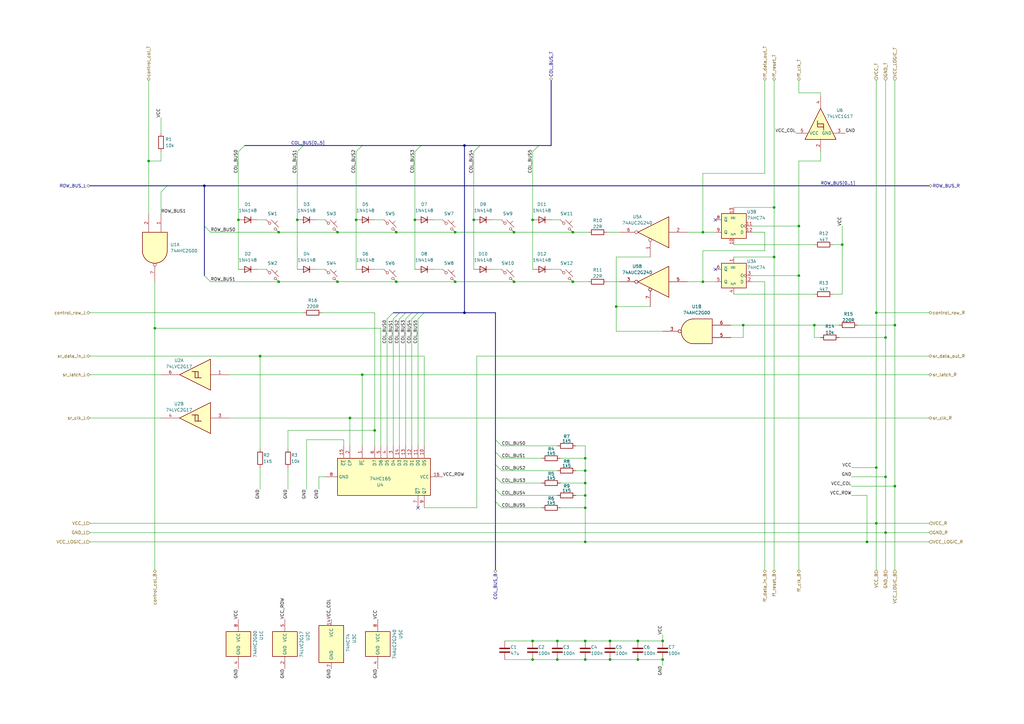
<source format=kicad_sch>
(kicad_sch (version 20250114) (generator "eeschema") (generator_version "9.0")
  (paper "A3")
  (lib_symbols
    (symbol "74xGxx:74AHC2G00"
      (property "Reference" "U" (at -2.54 3.81 0))
      (property "Value" "74AHC2G00" (at 0 -3.81 0))
      (symbol "74AHC2G00_1_1"
        (arc (start 0 5.08) (mid 5.0579 0) (end 0 -5.08) (stroke (width 0.254)) (fill (type background)))
        (polyline (pts (xy 0 -5.08) (xy -7.62 -5.08) (xy -7.62 5.08) (xy 0 5.08)) (stroke (width 0.254)) (fill (type background)))
        (pin input line (at -15.24 2.54 0) (length 7.62) (name "~") (number "1"))
        (pin input line (at -15.24 -2.54 0) (length 7.62) (name "~") (number "2"))
        (pin output inverted (at 12.7 0 180) (length 7.62) (name "~") (number "7"))
      )
      (symbol "74AHC2G00_2_1"
        (arc (start 0 5.08) (mid 5.0579 0) (end 0 -5.08) (stroke (width 0.254)) (fill (type background)))
        (polyline (pts (xy 0 -5.08) (xy -7.62 -5.08) (xy -7.62 5.08) (xy 0 5.08)) (stroke (width 0.254)) (fill (type background)))
        (pin input line (at -15.24 2.54 0) (length 7.62) (name "~") (number "5"))
        (pin input line (at -15.24 -2.54 0) (length 7.62) (name "~") (number "6"))
        (pin output inverted (at 12.7 0 180) (length 7.62) (name "~") (number "3"))
      )
      (symbol "74AHC2G00_3_0"
        (rectangle (start -5.08 -5.08) (end 5.08 5.08) (stroke (width 0.254)) (fill (type background)))
      )
      (symbol "74AHC2G00_3_1"
        (pin power_in line (at 0 10.16 270) (length 5.08) (name "VCC") (number "8"))
        (pin power_in line (at 0 -10.16 90) (length 5.08) (name "GND") (number "4"))
      )
    )
    (symbol "74xGxx:74AUC2G240"
      (property "Reference" "U" (at -2.54 3.81 0))
      (property "Value" "74AUC2G240" (at 0 -3.81 0))
      (symbol "74AUC2G240_1_1"
        (polyline (pts (xy -7.62 6.35) (xy -7.62 -6.35) (xy 5.08 0) (xy -7.62 6.35)) (stroke (width 0.254)) (fill (type background)))
        (pin input line (at -15.24 0 0) (length 7.62) (name "~") (number "2"))
        (pin input inverted (at 0 10.16 270) (length 7.62) (name "~") (number "1"))
        (pin tri_state inverted (at 12.7 0 180) (length 7.62) (name "~") (number "6"))
      )
      (symbol "74AUC2G240_2_1"
        (polyline (pts (xy -7.62 6.35) (xy -7.62 -6.35) (xy 5.08 0) (xy -7.62 6.35)) (stroke (width 0.254)) (fill (type background)))
        (pin input line (at -15.24 0 0) (length 7.62) (name "~") (number "5"))
        (pin input inverted (at 0 10.16 270) (length 7.62) (name "~") (number "7"))
        (pin tri_state inverted (at 12.7 0 180) (length 7.62) (name "~") (number "3"))
      )
      (symbol "74AUC2G240_3_0"
        (rectangle (start -5.08 -5.08) (end 5.08 5.08) (stroke (width 0.254)) (fill (type background)))
      )
      (symbol "74AUC2G240_3_1"
        (pin power_in line (at 0 10.16 270) (length 5.08) (name "VCC") (number "8"))
        (pin power_in line (at 0 -10.16 90) (length 5.08) (name "GND") (number "4"))
      )
    )
    (symbol "74xGxx:74LVC1G17"
      (property "Reference" "U" (at 0 3.81 0))
      (property "Value" "74LVC1G17" (at 0 -3.81 0))
      (symbol "74LVC1G17_0_1"
        (polyline (pts (xy -7.62 6.35) (xy -7.62 -6.35) (xy 5.08 0) (xy -7.62 6.35)) (stroke (width 0.254)) (fill (type background)))
        (polyline (pts (xy -3.81 -1.27) (xy -2.54 -1.27) (xy -2.54 1.27) (xy -1.27 1.27)) (stroke (width 0.254)) (fill (type background)))
        (polyline (pts (xy -2.54 -1.27) (xy -1.27 -1.27) (xy -1.27 1.27) (xy 0 1.27)) (stroke (width 0.254)) (fill (type background)))
      )
      (symbol "74LVC1G17_1_1"
        (pin input line (at -12.7 0 0) (length 5.08) (name "~") (number "2"))
        (pin no_connect line (at -7.62 5.08 180) (length 5.08) (hide yes) (name "NC") (number "1"))
        (pin power_in line (at -5.08 10.16 270) (length 5.08) (name "VCC") (number "5"))
        (pin power_in line (at -5.08 -10.16 90) (length 5.08) (name "GND") (number "3"))
        (pin output line (at 10.16 0 180) (length 5.08) (name "~") (number "4"))
      )
    )
    (symbol "74xGxx:74LVC2G17"
      (property "Reference" "U" (at -1.27 7.62 0))
      (property "Value" "74LVC2G17" (at 2.54 -7.62 0))
      (symbol "74LVC2G17_1_1"
        (polyline (pts (xy -7.62 6.35) (xy -7.62 -6.35) (xy 5.08 0) (xy -7.62 6.35)) (stroke (width 0.254)) (fill (type background)))
        (polyline (pts (xy -3.81 1.27) (xy -2.54 1.27) (xy -2.54 -1.27) (xy 0 -1.27)) (stroke (width 0.254)) (fill (type background)))
        (polyline (pts (xy -2.54 1.27) (xy -1.27 1.27) (xy -1.27 -1.27)) (stroke (width 0.254)) (fill (type background)))
        (pin input line (at -15.24 0 0) (length 7.62) (name "~") (number "1"))
        (pin output line (at 12.7 0 180) (length 7.62) (name "~") (number "6"))
      )
      (symbol "74LVC2G17_2_1"
        (polyline (pts (xy -7.62 6.35) (xy -7.62 -6.35) (xy 5.08 0) (xy -7.62 6.35)) (stroke (width 0.254)) (fill (type background)))
        (polyline (pts (xy -3.81 1.27) (xy -2.54 1.27) (xy -2.54 -1.27) (xy 0 -1.27)) (stroke (width 0.254)) (fill (type background)))
        (polyline (pts (xy -2.54 1.27) (xy -1.27 1.27) (xy -1.27 -1.27)) (stroke (width 0.254)) (fill (type background)))
        (pin input line (at -15.24 0 0) (length 7.62) (name "~") (number "3"))
        (pin output line (at 12.7 0 180) (length 7.62) (name "~") (number "4"))
      )
      (symbol "74LVC2G17_3_0"
        (rectangle (start -5.08 -5.08) (end 5.08 5.08) (stroke (width 0.254)) (fill (type background)))
      )
      (symbol "74LVC2G17_3_1"
        (pin power_in line (at 0 10.16 270) (length 5.08) (name "VCC") (number "5"))
        (pin power_in line (at 0 -10.16 90) (length 5.08) (name "GND") (number "2"))
      )
    )
    (symbol "74xx:74HC165"
      (property "Reference" "U" (at -7.62 19.05 0))
      (property "Value" "74HC165" (at -7.62 -21.59 0))
      (symbol "74HC165_1_0"
        (pin input line (at -12.7 15.24 0) (length 5.08) (name "DS") (number "10"))
        (pin input line (at -12.7 12.7 0) (length 5.08) (name "D0") (number "11"))
        (pin input line (at -12.7 10.16 0) (length 5.08) (name "D1") (number "12"))
        (pin input line (at -12.7 7.62 0) (length 5.08) (name "D2") (number "13"))
        (pin input line (at -12.7 5.08 0) (length 5.08) (name "D3") (number "14"))
        (pin input line (at -12.7 2.54 0) (length 5.08) (name "D4") (number "3"))
        (pin input line (at -12.7 0 0) (length 5.08) (name "D5") (number "4"))
        (pin input line (at -12.7 -2.54 0) (length 5.08) (name "D6") (number "5"))
        (pin input line (at -12.7 -5.08 0) (length 5.08) (name "D7") (number "6"))
        (pin input line (at -12.7 -10.16 0) (length 5.08) (name "~{PL}") (number "1"))
        (pin input line (at -12.7 -15.24 0) (length 5.08) (name "CP") (number "2"))
        (pin input line (at -12.7 -17.78 0) (length 5.08) (name "~{CE}") (number "15"))
        (pin power_in line (at 0 22.86 270) (length 5.08) (name "VCC") (number "16"))
        (pin power_in line (at 0 -25.4 90) (length 5.08) (name "GND") (number "8"))
        (pin output line (at 12.7 15.24 180) (length 5.08) (name "Q7") (number "9"))
        (pin output line (at 12.7 12.7 180) (length 5.08) (name "~{Q7}") (number "7"))
      )
      (symbol "74HC165_1_1"
        (rectangle (start -7.62 17.78) (end 7.62 -20.32) (stroke (width 0.254)) (fill (type background)))
      )
    )
    (symbol "74xx:74HC74" (pin_names (offset 1.016))
      (property "Reference" "U" (at -7.62 8.89 0))
      (property "Value" "74HC74" (at -7.62 -8.89 0))
      (symbol "74HC74_1_0"
        (pin input line (at -7.62 2.54 0) (length 2.54) (name "D") (number "2"))
        (pin input clock (at -7.62 0 0) (length 2.54) (name "C") (number "3"))
        (pin input line (at 0 7.62 270) (length 2.54) (name "~{S}") (number "4"))
        (pin input line (at 0 -7.62 90) (length 2.54) (name "~{R}") (number "1"))
        (pin output line (at 7.62 2.54 180) (length 2.54) (name "Q") (number "5"))
        (pin output line (at 7.62 -2.54 180) (length 2.54) (name "~{Q}") (number "6"))
      )
      (symbol "74HC74_1_1"
        (rectangle (start -5.08 5.08) (end 5.08 -5.08) (stroke (width 0.254)) (fill (type background)))
      )
      (symbol "74HC74_2_0"
        (pin input line (at -7.62 2.54 0) (length 2.54) (name "D") (number "12"))
        (pin input clock (at -7.62 0 0) (length 2.54) (name "C") (number "11"))
        (pin input line (at 0 7.62 270) (length 2.54) (name "~{S}") (number "10"))
        (pin input line (at 0 -7.62 90) (length 2.54) (name "~{R}") (number "13"))
        (pin output line (at 7.62 2.54 180) (length 2.54) (name "Q") (number "9"))
        (pin output line (at 7.62 -2.54 180) (length 2.54) (name "~{Q}") (number "8"))
      )
      (symbol "74HC74_2_1"
        (rectangle (start -5.08 5.08) (end 5.08 -5.08) (stroke (width 0.254)) (fill (type background)))
      )
      (symbol "74HC74_3_0"
        (pin power_in line (at 0 10.16 270) (length 2.54) (name "VCC") (number "14"))
        (pin power_in line (at 0 -10.16 90) (length 2.54) (name "GND") (number "7"))
      )
      (symbol "74HC74_3_1"
        (rectangle (start -5.08 7.62) (end 5.08 -7.62) (stroke (width 0.254)) (fill (type background)))
      )
    )
    (symbol "Device:C" (pin_numbers (hide yes)) (pin_names (offset 0.254))
      (property "Reference" "C" (at 0.635 2.54 0))
      (property "Value" "C" (at 0.635 -2.54 0))
      (symbol "C_0_1"
        (polyline (pts (xy -2.032 0.762) (xy 2.032 0.762)) (stroke (width 0.508)))
        (polyline (pts (xy -2.032 -0.762) (xy 2.032 -0.762)) (stroke (width 0.508)))
      )
      (symbol "C_1_1"
        (pin passive line (at 0 3.81 270) (length 2.794) (name "~") (number "1"))
        (pin passive line (at 0 -3.81 90) (length 2.794) (name "~") (number "2"))
      )
    )
    (symbol "Device:R" (pin_numbers (hide yes)) (pin_names (offset 0))
      (property "Reference" "R" (at 2.032 0 90))
      (property "Value" "R" (at 0 0 90))
      (symbol "R_0_1"
        (rectangle (start -1.016 -2.54) (end 1.016 2.54) (stroke (width 0.254)))
      )
      (symbol "R_1_1"
        (pin passive line (at 0 3.81 270) (length 1.27) (name "~") (number "1"))
        (pin passive line (at 0 -3.81 90) (length 1.27) (name "~") (number "2"))
      )
    )
    (symbol "Diode:1N4148" (pin_numbers (hide yes)) (pin_names (hide yes))
      (property "Reference" "D" (at 0 2.54 0))
      (property "Value" "1N4148" (at 0 -2.54 0))
      (symbol "1N4148_0_1"
        (polyline (pts (xy -1.27 1.27) (xy -1.27 -1.27)) (stroke (width 0.254)))
        (polyline (pts (xy 1.27 1.27) (xy 1.27 -1.27) (xy -1.27 0) (xy 1.27 1.27)) (stroke (width 0.254)))
        (polyline (pts (xy 1.27 0) (xy -1.27 0)))
      )
      (symbol "1N4148_1_1"
        (pin passive line (at -3.81 0 0) (length 2.54) (name "K") (number "1"))
        (pin passive line (at 3.81 0 180) (length 2.54) (name "A") (number "2"))
      )
    )
    (symbol "Switch:SW_Push_45deg" (pin_numbers (hide yes)) (pin_names (offset 1.016) (hide yes))
      (property "Reference" "SW" (at 3.048 1.016 0))
      (property "Value" "SW_Push_45deg" (at 0 -3.81 0))
      (symbol "SW_Push_45deg_0_1"
        (polyline (pts (xy -2.54 2.54) (xy -1.524 1.524) (xy -1.524 1.524)))
        (circle (center -1.1684 1.1684) (radius 0.508))
        (polyline (pts (xy -0.508 2.54) (xy 2.54 -0.508)))
        (polyline (pts (xy 1.016 1.016) (xy 2.032 2.032)))
        (circle (center 1.143 -1.1938) (radius 0.508))
        (polyline (pts (xy 1.524 -1.524) (xy 2.54 -2.54) (xy 2.54 -2.54) (xy 2.54 -2.54)))
        (pin passive line (at -2.54 2.54 0) (length 0) (name "1") (number "1"))
        (pin passive line (at 2.54 -2.54 180) (length 0) (name "2") (number "2"))
      )
    )
  )
  (junction (at 146.05 90.17))
  (junction (at 317.5 105.41))
  (junction (at 304.8 133.35))
  (junction (at 194.31 90.17))
  (junction (at 63.5 134.62))
  (junction (at 363.22 218.44))
  (junction (at 234.95 95.25))
  (junction (at 359.41 128.27))
  (junction (at 114.3 95.25))
  (junction (at 271.78 262.89))
  (junction (at 345.44 100.33))
  (junction (at 106.68 146.05))
  (junction (at 359.41 191.77))
  (junction (at 250.19 262.89))
  (junction (at 186.69 115.57))
  (junction (at 359.41 214.63))
  (junction (at 240.03 262.89))
  (junction (at 234.95 115.57))
  (junction (at 218.44 262.89))
  (junction (at 363.22 195.58))
  (junction (at 367.03 199.39))
  (junction (at 170.18 90.17))
  (junction (at 252.73 125.73))
  (junction (at 327.66 113.03))
  (junction (at 240.03 187.96))
  (junction (at 60.96 66.04))
  (junction (at 363.22 138.43))
  (junction (at 162.56 115.57))
  (junction (at 250.19 270.51))
  (junction (at 190.5 59.69))
  (junction (at 240.03 198.12))
  (junction (at 83.82 76.2))
  (junction (at 153.67 176.53))
  (junction (at 97.79 90.17))
  (junction (at 228.6 270.51))
  (junction (at 288.29 115.57))
  (junction (at 190.5 128.27))
  (junction (at 240.03 203.2))
  (junction (at 210.82 115.57))
  (junction (at 240.03 208.28))
  (junction (at 355.6 222.25))
  (junction (at 218.44 90.17))
  (junction (at 218.44 270.51))
  (junction (at 228.6 262.89))
  (junction (at 271.78 270.51))
  (junction (at 121.92 90.17))
  (junction (at 240.03 270.51))
  (junction (at 261.62 262.89))
  (junction (at 114.3 115.57))
  (junction (at 367.03 133.35))
  (junction (at 327.66 92.71))
  (junction (at 261.62 270.51))
  (junction (at 240.03 193.04))
  (junction (at 288.29 95.25))
  (junction (at 138.43 95.25))
  (junction (at 334.01 133.35))
  (junction (at 317.5 85.09))
  (junction (at 240.03 222.25))
  (junction (at 138.43 115.57))
  (junction (at 210.82 95.25))
  (junction (at 143.51 171.45))
  (junction (at 148.59 153.67))
  (junction (at 186.69 95.25))
  (junction (at 162.56 95.25))
  (no_connect (at 293.37 110.49))
  (no_connect (at 293.37 90.17))
  (no_connect (at 171.45 208.28))
  (bus_entry (at 163.83 128.27) (size -2.54 2.54))
  (bus_entry (at 203.2 195.58) (size 2.54 2.54))
  (bus_entry (at 100.33 59.69) (size -2.54 2.54))
  (bus_entry (at 203.2 185.42) (size 2.54 2.54))
  (bus_entry (at 168.91 128.27) (size -2.54 2.54))
  (bus_entry (at 203.2 200.66) (size 2.54 2.54))
  (bus_entry (at 148.59 59.69) (size -2.54 2.54))
  (bus_entry (at 171.45 128.27) (size -2.54 2.54))
  (bus_entry (at 173.99 128.27) (size -2.54 2.54))
  (bus_entry (at 196.85 59.69) (size -2.54 2.54))
  (bus_entry (at 83.82 92.71) (size 2.54 2.54))
  (bus_entry (at 166.37 128.27) (size -2.54 2.54))
  (bus_entry (at 220.98 59.69) (size -2.54 2.54))
  (bus_entry (at 172.72 59.69) (size -2.54 2.54))
  (bus_entry (at 83.82 113.03) (size 2.54 2.54))
  (bus_entry (at 203.2 180.34) (size 2.54 2.54))
  (bus_entry (at 68.58 76.2) (size -2.54 2.54))
  (bus_entry (at 203.2 190.5) (size 2.54 2.54))
  (bus_entry (at 124.46 59.69) (size -2.54 2.54))
  (bus_entry (at 161.29 128.27) (size -2.54 2.54))
  (bus_entry (at 203.2 205.74) (size 2.54 2.54))
  (wire (pts (xy 271.78 270.51) (xy 271.78 273.05)))
  (wire (pts (xy 299.72 138.43) (xy 304.8 138.43)))
  (wire (pts (xy 341.63 100.33) (xy 345.44 100.33)))
  (wire (pts (xy 106.68 191.77) (xy 106.68 200.66)))
  (wire (pts (xy 336.55 66.04) (xy 336.55 62.23)))
  (wire (pts (xy 252.73 105.41) (xy 266.7 105.41)))
  (wire (pts (xy 168.91 130.81) (xy 168.91 182.88)))
  (wire (pts (xy 170.18 90.17) (xy 170.18 110.49)))
  (wire (pts (xy 252.73 125.73) (xy 252.73 135.89)))
  (wire (pts (xy 153.67 90.17) (xy 157.48 90.17)))
  (bus (pts (xy 220.98 59.69) (xy 226.06 59.69)))
  (wire (pts (xy 349.25 199.39) (xy 367.03 199.39)))
  (wire (pts (xy 125.73 180.34) (xy 125.73 200.66)))
  (wire (pts (xy 143.51 171.45) (xy 143.51 182.88)))
  (wire (pts (xy 162.56 95.25) (xy 186.69 95.25)))
  (wire (pts (xy 138.43 115.57) (xy 162.56 115.57)))
  (wire (pts (xy 240.03 203.2) (xy 240.03 208.28)))
  (bus (pts (xy 203.2 200.66) (xy 203.2 205.74)))
  (wire (pts (xy 93.98 171.45) (xy 143.51 171.45)))
  (bus (pts (xy 190.5 128.27) (xy 203.2 128.27)))
  (wire (pts (xy 207.01 262.89) (xy 218.44 262.89)))
  (wire (pts (xy 344.17 138.43) (xy 363.22 138.43)))
  (wire (pts (xy 66.04 48.26) (xy 66.04 54.61)))
  (wire (pts (xy 349.25 195.58) (xy 363.22 195.58)))
  (wire (pts (xy 234.95 95.25) (xy 241.3 95.25)))
  (wire (pts (xy 313.69 115.57) (xy 313.69 233.68)))
  (wire (pts (xy 288.29 71.12) (xy 288.29 95.25)))
  (wire (pts (xy 226.06 110.49) (xy 229.87 110.49)))
  (wire (pts (xy 299.72 133.35) (xy 304.8 133.35)))
  (wire (pts (xy 97.79 62.23) (xy 97.79 90.17)))
  (wire (pts (xy 317.5 85.09) (xy 300.99 85.09)))
  (wire (pts (xy 228.6 262.89) (xy 240.03 262.89)))
  (wire (pts (xy 250.19 262.89) (xy 261.62 262.89)))
  (wire (pts (xy 240.03 262.89) (xy 250.19 262.89)))
  (wire (pts (xy 205.74 203.2) (xy 228.6 203.2)))
  (wire (pts (xy 186.69 95.25) (xy 210.82 95.25)))
  (wire (pts (xy 345.44 100.33) (xy 345.44 92.71)))
  (wire (pts (xy 317.5 105.41) (xy 317.5 85.09)))
  (wire (pts (xy 359.41 33.02) (xy 359.41 128.27)))
  (wire (pts (xy 363.22 195.58) (xy 363.22 218.44)))
  (wire (pts (xy 334.01 138.43) (xy 334.01 133.35)))
  (wire (pts (xy 153.67 128.27) (xy 153.67 176.53)))
  (wire (pts (xy 363.22 33.02) (xy 363.22 138.43)))
  (wire (pts (xy 161.29 130.81) (xy 161.29 182.88)))
  (wire (pts (xy 201.93 110.49) (xy 205.74 110.49)))
  (wire (pts (xy 327.66 66.04) (xy 327.66 92.71)))
  (wire (pts (xy 205.74 208.28) (xy 222.25 208.28)))
  (wire (pts (xy 367.03 199.39) (xy 367.03 233.68)))
  (bus (pts (xy 190.5 59.69) (xy 190.5 128.27)))
  (wire (pts (xy 271.78 262.89) (xy 271.78 260.35)))
  (wire (pts (xy 63.5 134.62) (xy 156.21 134.62)))
  (wire (pts (xy 250.19 270.51) (xy 261.62 270.51)))
  (wire (pts (xy 105.41 90.17) (xy 109.22 90.17)))
  (wire (pts (xy 351.79 133.35) (xy 367.03 133.35)))
  (wire (pts (xy 236.22 203.2) (xy 240.03 203.2)))
  (wire (pts (xy 234.95 115.57) (xy 241.3 115.57)))
  (wire (pts (xy 240.03 198.12) (xy 240.03 203.2)))
  (wire (pts (xy 349.25 191.77) (xy 359.41 191.77)))
  (wire (pts (xy 205.74 182.88) (xy 228.6 182.88)))
  (wire (pts (xy 266.7 125.73) (xy 252.73 125.73)))
  (wire (pts (xy 118.11 176.53) (xy 153.67 176.53)))
  (wire (pts (xy 334.01 100.33) (xy 300.99 100.33)))
  (wire (pts (xy 140.97 182.88) (xy 140.97 180.34)))
  (wire (pts (xy 173.99 208.28) (xy 195.58 208.28)))
  (bus (pts (xy 203.2 205.74) (xy 203.2 233.68)))
  (wire (pts (xy 281.94 95.25) (xy 288.29 95.25)))
  (wire (pts (xy 114.3 115.57) (xy 138.43 115.57)))
  (bus (pts (xy 168.91 128.27) (xy 171.45 128.27)))
  (wire (pts (xy 248.92 95.25) (xy 254 95.25)))
  (wire (pts (xy 334.01 133.35) (xy 344.17 133.35)))
  (wire (pts (xy 210.82 95.25) (xy 234.95 95.25)))
  (wire (pts (xy 218.44 62.23) (xy 218.44 90.17)))
  (wire (pts (xy 162.56 115.57) (xy 186.69 115.57)))
  (wire (pts (xy 97.79 90.17) (xy 97.79 110.49)))
  (bus (pts (xy 190.5 59.69) (xy 196.85 59.69)))
  (wire (pts (xy 313.69 33.02) (xy 313.69 71.12)))
  (wire (pts (xy 63.5 115.57) (xy 63.5 134.62)))
  (wire (pts (xy 308.61 113.03) (xy 327.66 113.03)))
  (wire (pts (xy 359.41 214.63) (xy 359.41 233.68)))
  (bus (pts (xy 203.2 185.42) (xy 203.2 190.5)))
  (wire (pts (xy 304.8 133.35) (xy 334.01 133.35)))
  (wire (pts (xy 271.78 135.89) (xy 252.73 135.89)))
  (wire (pts (xy 210.82 115.57) (xy 234.95 115.57)))
  (wire (pts (xy 218.44 262.89) (xy 228.6 262.89)))
  (wire (pts (xy 336.55 138.43) (xy 334.01 138.43)))
  (bus (pts (xy 163.83 128.27) (xy 166.37 128.27)))
  (wire (pts (xy 163.83 130.81) (xy 163.83 182.88)))
  (wire (pts (xy 60.96 66.04) (xy 60.96 87.63)))
  (wire (pts (xy 156.21 182.88) (xy 156.21 134.62)))
  (wire (pts (xy 133.35 195.58) (xy 130.81 195.58)))
  (wire (pts (xy 327.66 38.1) (xy 336.55 38.1)))
  (wire (pts (xy 367.03 33.02) (xy 367.03 133.35)))
  (wire (pts (xy 327.66 33.02) (xy 327.66 38.1)))
  (wire (pts (xy 363.22 218.44) (xy 381 218.44)))
  (wire (pts (xy 341.63 120.65) (xy 345.44 120.65)))
  (wire (pts (xy 317.5 233.68) (xy 317.5 105.41)))
  (wire (pts (xy 36.83 146.05) (xy 106.68 146.05)))
  (wire (pts (xy 121.92 62.23) (xy 121.92 90.17)))
  (wire (pts (xy 146.05 62.23) (xy 146.05 90.17)))
  (wire (pts (xy 195.58 146.05) (xy 381 146.05)))
  (bus (pts (xy 173.99 128.27) (xy 190.5 128.27)))
  (wire (pts (xy 153.67 176.53) (xy 153.67 182.88)))
  (wire (pts (xy 36.83 222.25) (xy 240.03 222.25)))
  (wire (pts (xy 66.04 62.23) (xy 66.04 66.04)))
  (wire (pts (xy 118.11 176.53) (xy 118.11 184.15)))
  (wire (pts (xy 236.22 193.04) (xy 240.03 193.04)))
  (bus (pts (xy 171.45 128.27) (xy 173.99 128.27)))
  (wire (pts (xy 121.92 90.17) (xy 121.92 110.49)))
  (wire (pts (xy 60.96 33.02) (xy 60.96 66.04)))
  (wire (pts (xy 229.87 208.28) (xy 240.03 208.28)))
  (bus (pts (xy 68.58 76.2) (xy 83.82 76.2)))
  (wire (pts (xy 201.93 90.17) (xy 205.74 90.17)))
  (wire (pts (xy 36.83 214.63) (xy 359.41 214.63)))
  (wire (pts (xy 327.66 92.71) (xy 308.61 92.71)))
  (wire (pts (xy 240.03 222.25) (xy 355.6 222.25)))
  (wire (pts (xy 105.41 110.49) (xy 109.22 110.49)))
  (wire (pts (xy 36.83 171.45) (xy 66.04 171.45)))
  (wire (pts (xy 86.36 95.25) (xy 114.3 95.25)))
  (bus (pts (xy 36.83 76.2) (xy 68.58 76.2)))
  (wire (pts (xy 194.31 90.17) (xy 194.31 110.49)))
  (wire (pts (xy 132.08 128.27) (xy 153.67 128.27)))
  (wire (pts (xy 359.41 128.27) (xy 381 128.27)))
  (bus (pts (xy 196.85 59.69) (xy 220.98 59.69)))
  (bus (pts (xy 83.82 76.2) (xy 381 76.2)))
  (bus (pts (xy 148.59 59.69) (xy 172.72 59.69)))
  (wire (pts (xy 63.5 134.62) (xy 63.5 233.68)))
  (wire (pts (xy 313.69 115.57) (xy 308.61 115.57)))
  (wire (pts (xy 153.67 110.49) (xy 157.48 110.49)))
  (wire (pts (xy 248.92 115.57) (xy 254 115.57)))
  (bus (pts (xy 83.82 76.2) (xy 83.82 92.71)))
  (wire (pts (xy 240.03 270.51) (xy 250.19 270.51)))
  (wire (pts (xy 313.69 95.25) (xy 313.69 102.87)))
  (wire (pts (xy 146.05 90.17) (xy 146.05 110.49)))
  (wire (pts (xy 355.6 203.2) (xy 355.6 222.25)))
  (bus (pts (xy 100.33 59.69) (xy 124.46 59.69)))
  (wire (pts (xy 240.03 193.04) (xy 240.03 198.12)))
  (bus (pts (xy 226.06 33.02) (xy 226.06 59.69)))
  (bus (pts (xy 203.2 180.34) (xy 203.2 185.42)))
  (bus (pts (xy 83.82 92.71) (xy 83.82 113.03)))
  (wire (pts (xy 240.03 182.88) (xy 240.03 187.96)))
  (wire (pts (xy 166.37 130.81) (xy 166.37 182.88)))
  (wire (pts (xy 288.29 115.57) (xy 293.37 115.57)))
  (wire (pts (xy 261.62 262.89) (xy 271.78 262.89)))
  (wire (pts (xy 66.04 78.74) (xy 66.04 87.63)))
  (wire (pts (xy 327.66 113.03) (xy 327.66 233.68)))
  (wire (pts (xy 130.81 195.58) (xy 130.81 200.66)))
  (wire (pts (xy 327.66 66.04) (xy 336.55 66.04)))
  (wire (pts (xy 218.44 90.17) (xy 218.44 110.49)))
  (wire (pts (xy 236.22 182.88) (xy 240.03 182.88)))
  (wire (pts (xy 359.41 128.27) (xy 359.41 191.77)))
  (wire (pts (xy 349.25 203.2) (xy 355.6 203.2)))
  (bus (pts (xy 203.2 128.27) (xy 203.2 180.34)))
  (wire (pts (xy 106.68 146.05) (xy 106.68 184.15)))
  (wire (pts (xy 367.03 133.35) (xy 367.03 199.39)))
  (bus (pts (xy 161.29 128.27) (xy 163.83 128.27)))
  (wire (pts (xy 218.44 270.51) (xy 228.6 270.51)))
  (wire (pts (xy 148.59 153.67) (xy 381 153.67)))
  (wire (pts (xy 313.69 102.87) (xy 288.29 102.87)))
  (wire (pts (xy 359.41 191.77) (xy 359.41 214.63)))
  (wire (pts (xy 148.59 153.67) (xy 148.59 182.88)))
  (wire (pts (xy 363.22 218.44) (xy 363.22 233.68)))
  (wire (pts (xy 140.97 180.34) (xy 125.73 180.34)))
  (wire (pts (xy 177.8 110.49) (xy 181.61 110.49)))
  (wire (pts (xy 205.74 187.96) (xy 222.25 187.96)))
  (bus (pts (xy 203.2 195.58) (xy 203.2 200.66)))
  (wire (pts (xy 129.54 90.17) (xy 133.35 90.17)))
  (bus (pts (xy 203.2 190.5) (xy 203.2 195.58)))
  (wire (pts (xy 308.61 95.25) (xy 313.69 95.25)))
  (wire (pts (xy 226.06 90.17) (xy 229.87 90.17)))
  (wire (pts (xy 281.94 115.57) (xy 288.29 115.57)))
  (wire (pts (xy 207.01 270.51) (xy 218.44 270.51)))
  (wire (pts (xy 229.87 187.96) (xy 240.03 187.96)))
  (wire (pts (xy 114.3 95.25) (xy 138.43 95.25)))
  (wire (pts (xy 171.45 130.81) (xy 171.45 182.88)))
  (wire (pts (xy 138.43 95.25) (xy 162.56 95.25)))
  (wire (pts (xy 205.74 198.12) (xy 222.25 198.12)))
  (wire (pts (xy 36.83 218.44) (xy 363.22 218.44)))
  (wire (pts (xy 170.18 62.23) (xy 170.18 90.17)))
  (wire (pts (xy 363.22 138.43) (xy 363.22 195.58)))
  (bus (pts (xy 172.72 59.69) (xy 190.5 59.69)))
  (wire (pts (xy 129.54 110.49) (xy 133.35 110.49)))
  (wire (pts (xy 355.6 222.25) (xy 381 222.25)))
  (wire (pts (xy 300.99 120.65) (xy 334.01 120.65)))
  (wire (pts (xy 118.11 191.77) (xy 118.11 200.66)))
  (wire (pts (xy 229.87 198.12) (xy 240.03 198.12)))
  (wire (pts (xy 194.31 62.23) (xy 194.31 90.17)))
  (wire (pts (xy 177.8 90.17) (xy 181.61 90.17)))
  (wire (pts (xy 288.29 95.25) (xy 293.37 95.25)))
  (wire (pts (xy 205.74 193.04) (xy 228.6 193.04)))
  (wire (pts (xy 158.75 130.81) (xy 158.75 182.88)))
  (bus (pts (xy 166.37 128.27) (xy 168.91 128.27)))
  (wire (pts (xy 313.69 71.12) (xy 288.29 71.12)))
  (wire (pts (xy 173.99 146.05) (xy 173.99 182.88)))
  (wire (pts (xy 195.58 146.05) (xy 195.58 208.28)))
  (wire (pts (xy 359.41 214.63) (xy 381 214.63)))
  (wire (pts (xy 143.51 171.45) (xy 381 171.45)))
  (wire (pts (xy 228.6 270.51) (xy 240.03 270.51)))
  (wire (pts (xy 86.36 115.57) (xy 114.3 115.57)))
  (bus (pts (xy 124.46 59.69) (xy 148.59 59.69)))
  (wire (pts (xy 106.68 146.05) (xy 173.99 146.05)))
  (wire (pts (xy 336.55 38.1) (xy 336.55 39.37)))
  (wire (pts (xy 240.03 187.96) (xy 240.03 193.04)))
  (wire (pts (xy 93.98 153.67) (xy 148.59 153.67)))
  (wire (pts (xy 300.99 105.41) (xy 317.5 105.41)))
  (wire (pts (xy 304.8 138.43) (xy 304.8 133.35)))
  (wire (pts (xy 327.66 113.03) (xy 327.66 92.71)))
  (wire (pts (xy 36.83 128.27) (xy 124.46 128.27)))
  (wire (pts (xy 36.83 153.67) (xy 66.04 153.67)))
  (wire (pts (xy 240.03 208.28) (xy 240.03 222.25)))
  (wire (pts (xy 317.5 33.02) (xy 317.5 85.09)))
  (wire (pts (xy 186.69 115.57) (xy 210.82 115.57)))
  (wire (pts (xy 345.44 120.65) (xy 345.44 100.33)))
  (wire (pts (xy 261.62 270.51) (xy 271.78 270.51)))
  (wire (pts (xy 288.29 102.87) (xy 288.29 115.57)))
  (wire (pts (xy 66.04 66.04) (xy 60.96 66.04)))
  (wire (pts (xy 252.73 105.41) (xy 252.73 125.73)))
  (label "GND" (at 118.11 200.66 270))
  (label "COL_BUS4" (at 194.31 71.12 90))
  (label "COL_BUS1" (at 121.92 71.12 90))
  (label "ROW_BUS[0..1]" (at 336.55 76.2 0))
  (label "COL_BUS3" (at 166.37 140.97 90))
  (label "COL_BUS4" (at 205.74 203.2 0))
  (label "VCC_ROW" (at 349.25 203.2 180))
  (label "GND" (at 346.71 54.61 0))
  (label "VCC_COL" (at 349.25 199.39 180))
  (label "COL_BUS5" (at 205.74 208.28 0))
  (label "COL_BUS0" (at 97.79 71.12 90))
  (label "VCC" (at 154.94 254 90))
  (label "ROW_BUS0" (at 86.36 95.25 0))
  (label "VCC" (at 349.25 191.77 180))
  (label "VCC_COL" (at 135.89 254 90))
  (label "GND" (at 106.68 200.66 270))
  (label "COL_BUS2" (at 163.83 140.97 90))
  (label "GND" (at 116.84 274.32 270))
  (label "GND" (at 154.94 274.32 270))
  (label "VCC" (at 66.04 48.26 90))
  (label "GND" (at 135.89 274.32 270))
  (label "COL_BUS4" (at 168.91 140.97 90))
  (label "GND" (at 125.73 200.66 270))
  (label "COL_BUS2" (at 146.05 71.12 90))
  (label "VCC" (at 345.44 92.71 90))
  (label "COL_BUS0" (at 205.74 182.88 0))
  (label "GND" (at 130.81 200.66 270))
  (label "COL_BUS2" (at 205.74 193.04 0))
  (label "COL_BUS1" (at 161.29 140.97 90))
  (label "COL_BUS5" (at 218.44 71.12 90))
  (label "VCC" (at 271.78 260.35 90))
  (label "ROW_BUS1" (at 86.36 115.57 0))
  (label "GND" (at 97.79 274.32 270))
  (label "GND" (at 349.25 195.58 180))
  (label "COL_BUS3" (at 170.18 71.12 90))
  (label "ROW_BUS1" (at 66.04 87.63 0))
  (label "GND" (at 271.78 273.05 270))
  (label "COL_BUS5" (at 171.45 140.97 90))
  (label "COL_BUS0" (at 158.75 140.97 90))
  (label "COL_BUS1" (at 205.74 187.96 0))
  (label "COL_BUS3" (at 205.74 198.12 0))
  (label "VCC_ROW" (at 181.61 195.58 0))
  (label "COL_BUS[0..5]" (at 119.38 59.69 0))
  (label "VCC" (at 97.79 254 90))
  (label "VCC_COL" (at 326.39 54.61 180))
  (label "VCC_ROW" (at 116.84 254 90))
  (hierarchical_label "sr_data_out_R" (shape tri_state) (at 381 146.05 0))
  (hierarchical_label "ROW_BUS_L" (shape tri_state) (at 36.83 76.2 180))
  (hierarchical_label "control_col_B" (shape tri_state) (at 63.5 233.68 270))
  (hierarchical_label "ROW_BUS_R" (shape tri_state) (at 381 76.2 0))
  (hierarchical_label "VCC_LOGIC_L" (shape input) (at 36.83 222.25 180))
  (hierarchical_label "ff_clk_T" (shape tri_state) (at 327.66 33.02 90))
  (hierarchical_label "sr_latch_R" (shape tri_state) (at 381 153.67 0))
  (hierarchical_label "VCC_LOGIC_T" (shape input) (at 367.03 33.02 90))
  (hierarchical_label "GND_B" (shape input) (at 363.22 233.68 270))
  (hierarchical_label "GND_L" (shape input) (at 36.83 218.44 180))
  (hierarchical_label "COL_BUS_B" (shape tri_state) (at 203.2 233.68 270))
  (hierarchical_label "ff_clk_B" (shape tri_state) (at 327.66 233.68 270))
  (hierarchical_label "VCC_L" (shape input) (at 36.83 214.63 180))
  (hierarchical_label "VCC_LOGIC_R" (shape input) (at 381 222.25 0))
  (hierarchical_label "VCC_LOGIC_B" (shape input) (at 367.03 233.68 270))
  (hierarchical_label "sr_data_in_L" (shape tri_state) (at 36.83 146.05 180))
  (hierarchical_label "sr_clk_L" (shape tri_state) (at 36.83 171.45 180))
  (hierarchical_label "sr_latch_L" (shape tri_state) (at 36.83 153.67 180))
  (hierarchical_label "ff_data_in_B" (shape tri_state) (at 313.69 233.68 270))
  (hierarchical_label "control_row_R" (shape tri_state) (at 381 128.27 0))
  (hierarchical_label "ff_reset_B" (shape tri_state) (at 317.5 233.68 270))
  (hierarchical_label "ff_data_out_T" (shape tri_state) (at 313.69 33.02 90))
  (hierarchical_label "VCC_R" (shape input) (at 381 214.63 0))
  (hierarchical_label "ff_reset_T" (shape tri_state) (at 317.5 33.02 90))
  (hierarchical_label "GND_T" (shape input) (at 363.22 33.02 90))
  (hierarchical_label "VCC_B" (shape input) (at 359.41 233.68 270))
  (hierarchical_label "COL_BUS_T" (shape tri_state) (at 226.06 33.02 90))
  (hierarchical_label "control_col_T" (shape tri_state) (at 60.96 33.02 90))
  (hierarchical_label "control_row_L" (shape tri_state) (at 36.83 128.27 180))
  (hierarchical_label "VCC_T" (shape input) (at 359.41 33.02 90))
  (hierarchical_label "sr_clk_R" (shape tri_state) (at 381 171.45 0))
  (hierarchical_label "GND_R" (shape input) (at 381 218.44 0))
  (symbol (lib_id "Diode:1N4148") (at 125.73 90.17 180) (unit 1)
    (property "Reference" "D3" (at 125.73 83.82 0))
    (property "Value" "1N4148" (at 125.73 86.36 0))
    (property "Footprint" "Diode_THT:D_DO-35_SOD27_P7.62mm_Horizontal" (effects (hide yes)))
    (property "Datasheet" "https://assets.nexperia.com/documents/data-sheet/1N4148_1N4448.pdf" (effects (hide yes)))
    (property "Description" "100V 0.15A standard switching diode, DO-35" (effects (hide yes)))
    (property "Sim.Device" "D" (effects (hide yes)))
    (property "Sim.Pins" "1=K 2=A" (effects (hide yes)))
  )
  (symbol (lib_id "74xGxx:74LVC2G17") (at 78.74 171.45 180) (unit 2)
    (property "Reference" "U2" (at 73.406 165.608 0))
    (property "Value" "74LVC2G17" (at 73.406 168.148 0))
    (property "Datasheet" "http://www.ti.com/lit/sg/scyt129e/scyt129e.pdf" (effects (hide yes)))
    (property "Description" "Dual Buffer, Schmitt Triggered, Low-Voltage CMOS" (effects (hide yes)))
  )
  (symbol (lib_id "Device:R") (at 226.06 198.12 90) (unit 1)
    (property "Reference" "R5" (at 226.06 194.31 90))
    (property "Value" "1k5" (at 226.06 196.088 90))
    (property "Description" "Resistor" (effects (hide yes)))
  )
  (symbol (lib_id "Device:R") (at 337.82 100.33 90) (unit 1)
    (property "Reference" "R12" (at 337.82 95.758 90))
    (property "Value" "4k7" (at 337.82 98.298 90))
    (property "Description" "Resistor" (effects (hide yes)))
  )
  (symbol (lib_id "Device:R") (at 106.68 187.96 0) (unit 1)
    (property "Reference" "R2" (at 107.95 186.69 0) (effects (justify left)))
    (property "Value" "1k5" (at 107.95 189.23 0) (effects (justify left)))
    (property "Description" "Resistor" (effects (hide yes)))
  )
  (symbol (lib_id "Device:R") (at 232.41 203.2 90) (unit 1)
    (property "Reference" "R9" (at 232.41 199.39 90))
    (property "Value" "1k5" (at 232.41 201.168 90))
    (property "Description" "Resistor" (effects (hide yes)))
  )
  (symbol (lib_id "Device:R") (at 337.82 120.65 90) (unit 1)
    (property "Reference" "R13" (at 337.82 116.078 90))
    (property "Value" "4k7" (at 337.82 118.618 90))
    (property "Description" "Resistor" (effects (hide yes)))
  )
  (symbol (lib_id "Diode:1N4148") (at 173.99 110.49 180) (unit 1)
    (property "Reference" "D8" (at 173.99 104.14 0))
    (property "Value" "1N4148" (at 173.99 106.68 0))
    (property "Footprint" "Diode_THT:D_DO-35_SOD27_P7.62mm_Horizontal" (effects (hide yes)))
    (property "Datasheet" "https://assets.nexperia.com/documents/data-sheet/1N4148_1N4448.pdf" (effects (hide yes)))
    (property "Description" "100V 0.15A standard switching diode, DO-35" (effects (hide yes)))
    (property "Sim.Device" "D" (effects (hide yes)))
    (property "Sim.Pins" "1=K 2=A" (effects (hide yes)))
  )
  (symbol (lib_id "Switch:SW_Push_45deg") (at 184.15 113.03 0) (unit 1)
    (property "Reference" "SW8" (at 184.15 107.95 0))
    (property "Value" "SW_Push_45deg" (effects (hide yes)))
    (property "Description" "Push button switch, normally open, two pins, 45° tilted" (effects (hide yes)))
  )
  (symbol (lib_id "Diode:1N4148") (at 101.6 110.49 180) (unit 1)
    (property "Reference" "D2" (at 101.6 104.14 0))
    (property "Value" "1N4148" (at 101.6 106.68 0))
    (property "Footprint" "Diode_THT:D_DO-35_SOD27_P7.62mm_Horizontal" (effects (hide yes)))
    (property "Datasheet" "https://assets.nexperia.com/documents/data-sheet/1N4148_1N4448.pdf" (effects (hide yes)))
    (property "Description" "100V 0.15A standard switching diode, DO-35" (effects (hide yes)))
    (property "Sim.Device" "D" (effects (hide yes)))
    (property "Sim.Pins" "1=K 2=A" (effects (hide yes)))
  )
  (symbol (lib_id "Switch:SW_Push_45deg") (at 111.76 92.71 0) (unit 1)
    (property "Reference" "SW1" (at 111.76 87.63 0))
    (property "Value" "SW_Push_45deg" (effects (hide yes)))
    (property "Description" "Push button switch, normally open, two pins, 45° tilted" (effects (hide yes)))
  )
  (symbol (lib_id "Device:R") (at 245.11 95.25 90) (unit 1)
    (property "Reference" "R10" (at 245.11 90.424 90))
    (property "Value" "22R" (at 245.11 92.964 90))
    (property "Description" "Resistor" (effects (hide yes)))
  )
  (symbol (lib_id "74xx:74HC165") (at 158.75 195.58 270) (unit 1)
    (property "Reference" "U4" (at 155.956 198.882 90))
    (property "Value" "74HC165" (at 155.956 196.342 90))
    (property "Datasheet" "https://assets.nexperia.com/documents/data-sheet/74HC_HCT165.pdf" (effects (hide yes)))
    (property "Description" "Shift Register, 8-bit, Parallel Load" (effects (hide yes)))
  )
  (symbol (lib_id "Device:C") (at 261.62 266.7 0) (unit 1)
    (property "Reference" "C6" (at 263.906 265.43 0) (effects (justify left)))
    (property "Value" "100n" (at 263.906 267.97 0) (effects (justify left)))
    (property "Description" "Unpolarized capacitor" (effects (hide yes)))
  )
  (symbol (lib_id "74xGxx:74LVC2G17") (at 116.84 264.16 0) (unit 3)
    (property "Reference" "U2" (at 126.238 258.826 90) (effects (justify right)))
    (property "Value" "74LVC2G17" (at 123.698 258.826 90) (effects (justify right)))
    (property "Datasheet" "http://www.ti.com/lit/sg/scyt129e/scyt129e.pdf" (effects (hide yes)))
    (property "Description" "Dual Buffer, Schmitt Triggered, Low-Voltage CMOS" (effects (hide yes)))
  )
  (symbol (lib_id "Device:R") (at 226.06 187.96 90) (unit 1)
    (property "Reference" "R4" (at 226.06 184.15 90))
    (property "Value" "1k5" (at 226.06 185.928 90))
    (property "Description" "Resistor" (effects (hide yes)))
  )
  (symbol (lib_id "Diode:1N4148") (at 149.86 90.17 180) (unit 1)
    (property "Reference" "D5" (at 149.86 83.82 0))
    (property "Value" "1N4148" (at 149.86 86.36 0))
    (property "Footprint" "Diode_THT:D_DO-35_SOD27_P7.62mm_Horizontal" (effects (hide yes)))
    (property "Datasheet" "https://assets.nexperia.com/documents/data-sheet/1N4148_1N4448.pdf" (effects (hide yes)))
    (property "Description" "100V 0.15A standard switching diode, DO-35" (effects (hide yes)))
    (property "Sim.Device" "D" (effects (hide yes)))
    (property "Sim.Pins" "1=K 2=A" (effects (hide yes)))
  )
  (symbol (lib_id "Diode:1N4148") (at 222.25 90.17 180) (unit 1)
    (property "Reference" "D11" (at 222.25 83.82 0))
    (property "Value" "1N4148" (at 222.25 86.36 0))
    (property "Footprint" "Diode_THT:D_DO-35_SOD27_P7.62mm_Horizontal" (effects (hide yes)))
    (property "Datasheet" "https://assets.nexperia.com/documents/data-sheet/1N4148_1N4448.pdf" (effects (hide yes)))
    (property "Description" "100V 0.15A standard switching diode, DO-35" (effects (hide yes)))
    (property "Sim.Device" "D" (effects (hide yes)))
    (property "Sim.Pins" "1=K 2=A" (effects (hide yes)))
  )
  (symbol (lib_id "Device:R") (at 232.41 182.88 90) (unit 1)
    (property "Reference" "R7" (at 232.41 179.07 90))
    (property "Value" "1k5" (at 232.41 180.848 90))
    (property "Description" "Resistor" (effects (hide yes)))
  )
  (symbol (lib_id "Switch:SW_Push_45deg") (at 160.02 92.71 0) (unit 1)
    (property "Reference" "SW5" (at 160.02 87.63 0))
    (property "Value" "SW_Push_45deg" (effects (hide yes)))
    (property "Description" "Push button switch, normally open, two pins, 45° tilted" (effects (hide yes)))
  )
  (symbol (lib_id "Diode:1N4148") (at 101.6 90.17 180) (unit 1)
    (property "Reference" "D1" (at 101.6 83.82 0))
    (property "Value" "1N4148" (at 101.6 86.36 0))
    (property "Footprint" "Diode_THT:D_DO-35_SOD27_P7.62mm_Horizontal" (effects (hide yes)))
    (property "Datasheet" "https://assets.nexperia.com/documents/data-sheet/1N4148_1N4448.pdf" (effects (hide yes)))
    (property "Description" "100V 0.15A standard switching diode, DO-35" (effects (hide yes)))
    (property "Sim.Device" "D" (effects (hide yes)))
    (property "Sim.Pins" "1=K 2=A" (effects (hide yes)))
  )
  (symbol (lib_id "Diode:1N4148") (at 125.73 110.49 180) (unit 1)
    (property "Reference" "D4" (at 125.73 104.14 0))
    (property "Value" "1N4148" (at 125.73 106.68 0))
    (property "Footprint" "Diode_THT:D_DO-35_SOD27_P7.62mm_Horizontal" (effects (hide yes)))
    (property "Datasheet" "https://assets.nexperia.com/documents/data-sheet/1N4148_1N4448.pdf" (effects (hide yes)))
    (property "Description" "100V 0.15A standard switching diode, DO-35" (effects (hide yes)))
    (property "Sim.Device" "D" (effects (hide yes)))
    (property "Sim.Pins" "1=K 2=A" (effects (hide yes)))
  )
  (symbol (lib_id "Switch:SW_Push_45deg") (at 208.28 92.71 0) (unit 1)
    (property "Reference" "SW9" (at 208.28 87.63 0))
    (property "Value" "SW_Push_45deg" (effects (hide yes)))
    (property "Description" "Push button switch, normally open, two pins, 45° tilted" (effects (hide yes)))
  )
  (symbol (lib_id "Device:R") (at 226.06 208.28 90) (unit 1)
    (property "Reference" "R6" (at 226.06 204.47 90))
    (property "Value" "1k5" (at 226.06 206.248 90))
    (property "Description" "Resistor" (effects (hide yes)))
  )
  (symbol (lib_id "Diode:1N4148") (at 222.25 110.49 180) (unit 1)
    (property "Reference" "D12" (at 222.25 104.14 0))
    (property "Value" "1N4148" (at 222.25 106.68 0))
    (property "Footprint" "Diode_THT:D_DO-35_SOD27_P7.62mm_Horizontal" (effects (hide yes)))
    (property "Datasheet" "https://assets.nexperia.com/documents/data-sheet/1N4148_1N4448.pdf" (effects (hide yes)))
    (property "Description" "100V 0.15A standard switching diode, DO-35" (effects (hide yes)))
    (property "Sim.Device" "D" (effects (hide yes)))
    (property "Sim.Pins" "1=K 2=A" (effects (hide yes)))
  )
  (symbol (lib_id "Device:R") (at 347.98 133.35 90) (unit 1)
    (property "Reference" "R15" (at 347.98 128.778 90))
    (property "Value" "220R" (at 347.98 131.318 90))
    (property "Description" "Resistor" (effects (hide yes)))
  )
  (symbol (lib_id "Switch:SW_Push_45deg") (at 135.89 92.71 0) (unit 1)
    (property "Reference" "SW3" (at 135.89 87.63 0))
    (property "Value" "SW_Push_45deg" (effects (hide yes)))
    (property "Description" "Push button switch, normally open, two pins, 45° tilted" (effects (hide yes)))
  )
  (symbol (lib_id "Device:C") (at 250.19 266.7 0) (unit 1)
    (property "Reference" "C5" (at 252.476 265.43 0) (effects (justify left)))
    (property "Value" "100n" (at 252.476 267.97 0) (effects (justify left)))
    (property "Description" "Unpolarized capacitor" (effects (hide yes)))
  )
  (symbol (lib_id "Device:R") (at 118.11 187.96 0) (unit 1)
    (property "Reference" "R3" (at 119.38 186.69 0) (effects (justify left)))
    (property "Value" "10k" (at 119.38 189.23 0) (effects (justify left)))
    (property "Description" "Resistor" (effects (hide yes)))
  )
  (symbol (lib_id "Device:R") (at 340.36 138.43 90) (unit 1)
    (property "Reference" "R14" (at 340.36 133.858 90))
    (property "Value" "10k" (at 340.36 136.398 90))
    (property "Description" "Resistor" (effects (hide yes)))
  )
  (symbol (lib_id "74xx:74HC74") (at 135.89 264.16 0) (unit 3)
    (property "Reference" "U3" (at 145.288 259.842 90) (effects (justify right)))
    (property "Value" "74HC74" (at 142.748 259.842 90) (effects (justify right)))
    (property "Datasheet" "74xx/74hc_hct74.pdf" (effects (hide yes)))
    (property "Description" "Dual D Flip-flop, Set & Reset" (effects (hide yes)))
  )
  (symbol (lib_id "Switch:SW_Push_45deg") (at 160.02 113.03 0) (unit 1)
    (property "Reference" "SW6" (at 160.02 107.95 0))
    (property "Value" "SW_Push_45deg" (effects (hide yes)))
    (property "Description" "Push button switch, normally open, two pins, 45° tilted" (effects (hide yes)))
  )
  (symbol (lib_id "Device:R") (at 245.11 115.57 90) (unit 1)
    (property "Reference" "R11" (at 245.11 110.744 90))
    (property "Value" "22R" (at 245.11 113.284 90))
    (property "Description" "Resistor" (effects (hide yes)))
  )
  (symbol (lib_id "74xGxx:74LVC2G17") (at 78.74 153.67 180) (unit 1)
    (property "Reference" "U2" (at 73.406 147.828 0))
    (property "Value" "74LVC2G17" (at 73.406 150.368 0))
    (property "Datasheet" "http://www.ti.com/lit/sg/scyt129e/scyt129e.pdf" (effects (hide yes)))
    (property "Description" "Dual Buffer, Schmitt Triggered, Low-Voltage CMOS" (effects (hide yes)))
  )
  (symbol (lib_id "74xGxx:74AHC2G00") (at 284.48 135.89 180) (unit 2)
    (property "Reference" "U1" (at 285.761 125.73 0))
    (property "Value" "74AHC2G00" (at 285.761 128.27 0))
    (property "Datasheet" "https://assets.nexperia.com/documents/data-sheet/74AHC_AHCT2G00.pdf" (effects (hide yes)))
    (property "Description" "Dual NAND Gate, High-speed Si-gate CMOS" (effects (hide yes)))
  )
  (symbol (lib_id "Switch:SW_Push_45deg") (at 208.28 113.03 0) (unit 1)
    (property "Reference" "SW10" (at 208.28 107.95 0))
    (property "Value" "SW_Push_45deg" (effects (hide yes)))
    (property "Description" "Push button switch, normally open, two pins, 45° tilted" (effects (hide yes)))
  )
  (symbol (lib_id "Switch:SW_Push_45deg") (at 232.41 113.03 0) (unit 1)
    (property "Reference" "SW12" (at 232.41 107.95 0))
    (property "Value" "SW_Push_45deg" (effects (hide yes)))
    (property "Description" "Push button switch, normally open, two pins, 45° tilted" (effects (hide yes)))
  )
  (symbol (lib_id "Diode:1N4148") (at 173.99 90.17 180) (unit 1)
    (property "Reference" "D7" (at 173.99 83.82 0))
    (property "Value" "1N4148" (at 173.99 86.36 0))
    (property "Footprint" "Diode_THT:D_DO-35_SOD27_P7.62mm_Horizontal" (effects (hide yes)))
    (property "Datasheet" "https://assets.nexperia.com/documents/data-sheet/1N4148_1N4448.pdf" (effects (hide yes)))
    (property "Description" "100V 0.15A standard switching diode, DO-35" (effects (hide yes)))
    (property "Sim.Device" "D" (effects (hide yes)))
    (property "Sim.Pins" "1=K 2=A" (effects (hide yes)))
  )
  (symbol (lib_id "74xx:74HC74") (at 300.99 92.71 180) (unit 2)
    (property "Reference" "U3" (at 306.2539 86.868 0) (effects (justify right)))
    (property "Value" "74HC74" (at 306.324 89.408 0) (effects (justify right)))
    (property "Datasheet" "74xx/74hc_hct74.pdf" (effects (hide yes)))
    (property "Description" "Dual D Flip-flop, Set & Reset" (effects (hide yes)))
  )
  (symbol (lib_id "Diode:1N4148") (at 198.12 90.17 180) (unit 1)
    (property "Reference" "D9" (at 198.12 83.82 0))
    (property "Value" "1N4148" (at 198.12 86.36 0))
    (property "Footprint" "Diode_THT:D_DO-35_SOD27_P7.62mm_Horizontal" (effects (hide yes)))
    (property "Datasheet" "https://assets.nexperia.com/documents/data-sheet/1N4148_1N4448.pdf" (effects (hide yes)))
    (property "Description" "100V 0.15A standard switching diode, DO-35" (effects (hide yes)))
    (property "Sim.Device" "D" (effects (hide yes)))
    (property "Sim.Pins" "1=K 2=A" (effects (hide yes)))
  )
  (symbol (lib_id "Switch:SW_Push_45deg") (at 184.15 92.71 0) (unit 1)
    (property "Reference" "SW7" (at 184.15 87.63 0))
    (property "Value" "SW_Push_45deg" (effects (hide yes)))
    (property "Description" "Push button switch, normally open, two pins, 45° tilted" (effects (hide yes)))
  )
  (symbol (lib_id "74xGxx:74AUC2G240") (at 154.94 264.16 0) (unit 3)
    (property "Reference" "U5" (at 164.338 258.064 90) (effects (justify right)))
    (property "Value" "74AUC2G240" (at 161.798 258.064 90) (effects (justify right)))
    (property "Datasheet" "http://www.ti.com/lit/sg/scyt129e/scyt129e.pdf" (effects (hide yes)))
    (property "Description" "Dual Inverter Buffer Tri-State, Low-Voltage CMOS" (effects (hide yes)))
  )
  (symbol (lib_id "Switch:SW_Push_45deg") (at 232.41 92.71 0) (unit 1)
    (property "Reference" "SW11" (at 232.41 87.63 0))
    (property "Value" "SW_Push_45deg" (effects (hide yes)))
    (property "Description" "Push button switch, normally open, two pins, 45° tilted" (effects (hide yes)))
  )
  (symbol (lib_id "74xGxx:74AHC2G00") (at 63.5 102.87 270) (unit 1)
    (property "Reference" "U1" (at 69.85 100.3188 90) (effects (justify left)))
    (property "Value" "74AHC2G00" (at 69.85 102.8588 90) (effects (justify left)))
    (property "Datasheet" "https://assets.nexperia.com/documents/data-sheet/74AHC_AHCT2G00.pdf" (effects (hide yes)))
    (property "Description" "Dual NAND Gate, High-speed Si-gate CMOS" (effects (hide yes)))
  )
  (symbol (lib_id "Device:C") (at 228.6 266.7 0) (unit 1)
    (property "Reference" "C3" (at 230.886 265.43 0) (effects (justify left)))
    (property "Value" "100n" (at 230.886 267.97 0) (effects (justify left)))
    (property "Description" "Unpolarized capacitor" (effects (hide yes)))
  )
  (symbol (lib_id "Device:R") (at 66.04 58.42 0) (unit 1)
    (property "Reference" "R1" (at 67.818 57.15 0) (effects (justify left)))
    (property "Value" "10k" (at 67.818 59.69 0) (effects (justify left)))
    (property "Description" "Resistor" (effects (hide yes)))
  )
  (symbol (lib_id "Diode:1N4148") (at 149.86 110.49 180) (unit 1)
    (property "Reference" "D6" (at 149.86 104.14 0))
    (property "Value" "1N4148" (at 149.86 106.68 0))
    (property "Footprint" "Diode_THT:D_DO-35_SOD27_P7.62mm_Horizontal" (effects (hide yes)))
    (property "Datasheet" "https://assets.nexperia.com/documents/data-sheet/1N4148_1N4448.pdf" (effects (hide yes)))
    (property "Description" "100V 0.15A standard switching diode, DO-35" (effects (hide yes)))
    (property "Sim.Device" "D" (effects (hide yes)))
    (property "Sim.Pins" "1=K 2=A" (effects (hide yes)))
  )
  (symbol (lib_id "Switch:SW_Push_45deg") (at 135.89 113.03 0) (unit 1)
    (property "Reference" "SW4" (at 135.89 107.95 0))
    (property "Value" "SW_Push_45deg" (effects (hide yes)))
    (property "Description" "Push button switch, normally open, two pins, 45° tilted" (effects (hide yes)))
  )
  (symbol (lib_id "74xGxx:74LVC1G17") (at 336.55 49.53 90) (unit 1)
    (property "Reference" "U6" (at 344.424 45.212 90))
    (property "Value" "74LVC1G17" (at 344.424 47.752 90))
    (property "Datasheet" "https://www.ti.com/lit/ds/symlink/sn74lvc1g17.pdf" (effects (hide yes)))
    (property "Description" "Single Schmitt Buffer Gate, Low-Voltage CMOS" (effects (hide yes)))
  )
  (symbol (lib_id "Switch:SW_Push_45deg") (at 111.76 113.03 0) (unit 1)
    (property "Reference" "SW2" (at 111.76 107.95 0))
    (property "Value" "SW_Push_45deg" (effects (hide yes)))
    (property "Description" "Push button switch, normally open, two pins, 45° tilted" (effects (hide yes)))
  )
  (symbol (lib_id "Device:C") (at 240.03 266.7 0) (unit 1)
    (property "Reference" "C4" (at 242.316 265.43 0) (effects (justify left)))
    (property "Value" "100n" (at 242.316 267.97 0) (effects (justify left)))
    (property "Description" "Unpolarized capacitor" (effects (hide yes)))
  )
  (symbol (lib_id "74xGxx:74AUC2G240") (at 266.7 95.25 180) (unit 1)
    (property "Reference" "U5" (at 261.366 88.9 0))
    (property "Value" "74AUC2G240" (at 261.366 91.44 0))
    (property "Datasheet" "http://www.ti.com/lit/sg/scyt129e/scyt129e.pdf" (effects (hide yes)))
    (property "Description" "Dual Inverter Buffer Tri-State, Low-Voltage CMOS" (effects (hide yes)))
  )
  (symbol (lib_id "Device:C") (at 218.44 266.7 0) (unit 1)
    (property "Reference" "C2" (at 220.726 265.43 0) (effects (justify left)))
    (property "Value" "100n" (at 220.726 267.97 0) (effects (justify left)))
    (property "Description" "Unpolarized capacitor" (effects (hide yes)))
  )
  (symbol (lib_id "Device:R") (at 232.41 193.04 90) (unit 1)
    (property "Reference" "R8" (at 232.41 189.23 90))
    (property "Value" "1k5" (at 232.41 191.008 90))
    (property "Description" "Resistor" (effects (hide yes)))
  )
  (symbol (lib_id "Diode:1N4148") (at 198.12 110.49 180) (unit 1)
    (property "Reference" "D10" (at 198.12 104.14 0))
    (property "Value" "1N4148" (at 198.12 106.68 0))
    (property "Footprint" "Diode_THT:D_DO-35_SOD27_P7.62mm_Horizontal" (effects (hide yes)))
    (property "Datasheet" "https://assets.nexperia.com/documents/data-sheet/1N4148_1N4448.pdf" (effects (hide yes)))
    (property "Description" "100V 0.15A standard switching diode, DO-35" (effects (hide yes)))
    (property "Sim.Device" "D" (effects (hide yes)))
    (property "Sim.Pins" "1=K 2=A" (effects (hide yes)))
  )
  (symbol (lib_id "Device:R") (at 128.27 128.27 90) (unit 1)
    (property "Reference" "R16" (at 128.27 123.19 90))
    (property "Value" "220R" (at 128.27 125.73 90))
    (property "Description" "Resistor" (effects (hide yes)))
  )
  (symbol (lib_id "74xx:74HC74") (at 300.99 113.03 180) (unit 1)
    (property "Reference" "U3" (at 306.324 107.188 0) (effects (justify right)))
    (property "Value" "74HC74" (at 306.324 109.728 0) (effects (justify right)))
    (property "Datasheet" "74xx/74hc_hct74.pdf" (effects (hide yes)))
    (property "Description" "Dual D Flip-flop, Set & Reset" (effects (hide yes)))
  )
  (symbol (lib_id "74xGxx:74AHC2G00") (at 97.79 264.16 0) (unit 3)
    (property "Reference" "U1" (at 107.188 258.572 90) (effects (justify right)))
    (property "Value" "74AHC2G00" (at 104.648 258.572 90) (effects (justify right)))
    (property "Datasheet" "https://assets.nexperia.com/documents/data-sheet/74AHC_AHCT2G00.pdf" (effects (hide yes)))
    (property "Description" "Dual NAND Gate, High-speed Si-gate CMOS" (effects (hide yes)))
  )
  (symbol (lib_id "74xGxx:74AUC2G240") (at 266.7 115.57 180) (unit 2)
    (property "Reference" "U5" (at 261.366 109.22 0))
    (property "Value" "74AUC2G240" (at 261.366 111.76 0))
    (property "Datasheet" "http://www.ti.com/lit/sg/scyt129e/scyt129e.pdf" (effects (hide yes)))
    (property "Description" "Dual Inverter Buffer Tri-State, Low-Voltage CMOS" (effects (hide yes)))
  )
  (symbol (lib_id "Device:C") (at 207.01 266.7 0) (unit 1)
    (property "Reference" "C1" (at 209.296 265.43 0) (effects (justify left)))
    (property "Value" "47u" (at 209.296 267.97 0) (effects (justify left)))
    (property "Description" "Unpolarized capacitor" (effects (hide yes)))
  )
  (symbol (lib_id "Device:C") (at 271.78 266.7 0) (unit 1)
    (property "Reference" "C7" (at 274.066 265.43 0) (effects (justify left)))
    (property "Value" "100n" (at 274.066 267.97 0) (effects (justify left)))
    (property "Description" "Unpolarized capacitor" (effects (hide yes)))
  )
)
</source>
